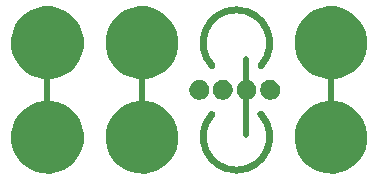
<source format=gbs>
%TF.GenerationSoftware,KiCad,Pcbnew,4.0.7-e2-6376~58~ubuntu16.04.1*%
%TF.CreationDate,2018-02-09T07:07:29-08:00*%
%TF.ProjectId,2x4-Grove-Sensor-Inline,3278342D47726F76652D53656E736F72,1.0*%
%TF.FileFunction,Soldermask,Bot*%
%FSLAX46Y46*%
G04 Gerber Fmt 4.6, Leading zero omitted, Abs format (unit mm)*
G04 Created by KiCad (PCBNEW 4.0.7-e2-6376~58~ubuntu16.04.1) date Fri Feb  9 07:07:29 2018*
%MOMM*%
%LPD*%
G01*
G04 APERTURE LIST*
%ADD10C,0.350000*%
%ADD11C,0.508000*%
%ADD12C,0.600000*%
G04 APERTURE END LIST*
D10*
D11*
X60934600Y-67614800D02*
X60934600Y-74091800D01*
X53721000Y-67411600D02*
X53721000Y-73888600D01*
X44958000Y-67081400D02*
X44958000Y-73558400D01*
X36906200Y-66827400D02*
X36906200Y-73304400D01*
D12*
X50849963Y-72136918D02*
G75*
G03X54993234Y-72106118I2085871J-1899600D01*
G01*
X55017237Y-67994882D02*
G75*
G03X50873966Y-68025682I-2085871J1899600D01*
G01*
D10*
G36*
X45257710Y-70992247D02*
X45848655Y-71113551D01*
X46404798Y-71347332D01*
X46904934Y-71684678D01*
X47330021Y-72112743D01*
X47663866Y-72615221D01*
X47893756Y-73172976D01*
X48010864Y-73764414D01*
X48010864Y-73764424D01*
X48010931Y-73764763D01*
X48001310Y-74453816D01*
X48001233Y-74454154D01*
X48001233Y-74454162D01*
X47867657Y-75042101D01*
X47622285Y-75593216D01*
X47274537Y-76086178D01*
X46837662Y-76502209D01*
X46328300Y-76825461D01*
X45765854Y-77043619D01*
X45171747Y-77148376D01*
X44568603Y-77135742D01*
X43979400Y-77006197D01*
X43426582Y-76764677D01*
X42931207Y-76420382D01*
X42512137Y-75986423D01*
X42185338Y-75479330D01*
X41963256Y-74918414D01*
X41854355Y-74325058D01*
X41862777Y-73721841D01*
X41988206Y-73131747D01*
X42225859Y-72577258D01*
X42566691Y-72079488D01*
X42997712Y-71657400D01*
X43502513Y-71327068D01*
X44061859Y-71101077D01*
X44654445Y-70988036D01*
X45257710Y-70992247D01*
X45257710Y-70992247D01*
G37*
G36*
X61257710Y-70992247D02*
X61848655Y-71113551D01*
X62404798Y-71347332D01*
X62904934Y-71684678D01*
X63330021Y-72112743D01*
X63663866Y-72615221D01*
X63893756Y-73172976D01*
X64010864Y-73764414D01*
X64010864Y-73764424D01*
X64010931Y-73764763D01*
X64001310Y-74453816D01*
X64001233Y-74454154D01*
X64001233Y-74454162D01*
X63867657Y-75042101D01*
X63622285Y-75593216D01*
X63274537Y-76086178D01*
X62837662Y-76502209D01*
X62328300Y-76825461D01*
X61765854Y-77043619D01*
X61171747Y-77148376D01*
X60568603Y-77135742D01*
X59979400Y-77006197D01*
X59426582Y-76764677D01*
X58931207Y-76420382D01*
X58512137Y-75986423D01*
X58185338Y-75479330D01*
X57963256Y-74918414D01*
X57854355Y-74325058D01*
X57862777Y-73721841D01*
X57988206Y-73131747D01*
X58225859Y-72577258D01*
X58566691Y-72079488D01*
X58997712Y-71657400D01*
X59502513Y-71327068D01*
X60061859Y-71101077D01*
X60654445Y-70988036D01*
X61257710Y-70992247D01*
X61257710Y-70992247D01*
G37*
G36*
X37257710Y-70992247D02*
X37848655Y-71113551D01*
X38404798Y-71347332D01*
X38904934Y-71684678D01*
X39330021Y-72112743D01*
X39663866Y-72615221D01*
X39893756Y-73172976D01*
X40010864Y-73764414D01*
X40010864Y-73764424D01*
X40010931Y-73764763D01*
X40001310Y-74453816D01*
X40001233Y-74454154D01*
X40001233Y-74454162D01*
X39867657Y-75042101D01*
X39622285Y-75593216D01*
X39274537Y-76086178D01*
X38837662Y-76502209D01*
X38328300Y-76825461D01*
X37765854Y-77043619D01*
X37171747Y-77148376D01*
X36568603Y-77135742D01*
X35979400Y-77006197D01*
X35426582Y-76764677D01*
X34931207Y-76420382D01*
X34512137Y-75986423D01*
X34185338Y-75479330D01*
X33963256Y-74918414D01*
X33854355Y-74325058D01*
X33862777Y-73721841D01*
X33988206Y-73131747D01*
X34225859Y-72577258D01*
X34566691Y-72079488D01*
X34997712Y-71657400D01*
X35502513Y-71327068D01*
X36061859Y-71101077D01*
X36654445Y-70988036D01*
X37257710Y-70992247D01*
X37257710Y-70992247D01*
G37*
G36*
X49872043Y-69215557D02*
X50033058Y-69248609D01*
X50184601Y-69312311D01*
X50320873Y-69404229D01*
X50436706Y-69520872D01*
X50527668Y-69657782D01*
X50590310Y-69809763D01*
X50622168Y-69970656D01*
X50622168Y-69970666D01*
X50622236Y-69971010D01*
X50619615Y-70158763D01*
X50619537Y-70159106D01*
X50619537Y-70159109D01*
X50583197Y-70319061D01*
X50516340Y-70469225D01*
X50421584Y-70603547D01*
X50302545Y-70716908D01*
X50163753Y-70804988D01*
X50010499Y-70864431D01*
X49848619Y-70892975D01*
X49684273Y-70889532D01*
X49523728Y-70854235D01*
X49373094Y-70788424D01*
X49238118Y-70694613D01*
X49123930Y-70576368D01*
X49034883Y-70438194D01*
X48974369Y-70285353D01*
X48944697Y-70123681D01*
X48946991Y-69959316D01*
X48981169Y-69798526D01*
X49045923Y-69647440D01*
X49138794Y-69511807D01*
X49256237Y-69396798D01*
X49393786Y-69306788D01*
X49546197Y-69245210D01*
X49707662Y-69214409D01*
X49872043Y-69215557D01*
X49872043Y-69215557D01*
G37*
G36*
X51872043Y-69215557D02*
X52033058Y-69248609D01*
X52184601Y-69312311D01*
X52320873Y-69404229D01*
X52436706Y-69520872D01*
X52527668Y-69657782D01*
X52590310Y-69809763D01*
X52622168Y-69970656D01*
X52622168Y-69970666D01*
X52622236Y-69971010D01*
X52619615Y-70158763D01*
X52619537Y-70159106D01*
X52619537Y-70159109D01*
X52583197Y-70319061D01*
X52516340Y-70469225D01*
X52421584Y-70603547D01*
X52302545Y-70716908D01*
X52163753Y-70804988D01*
X52010499Y-70864431D01*
X51848619Y-70892975D01*
X51684273Y-70889532D01*
X51523728Y-70854235D01*
X51373094Y-70788424D01*
X51238118Y-70694613D01*
X51123930Y-70576368D01*
X51034883Y-70438194D01*
X50974369Y-70285353D01*
X50944697Y-70123681D01*
X50946991Y-69959316D01*
X50981169Y-69798526D01*
X51045923Y-69647440D01*
X51138794Y-69511807D01*
X51256237Y-69396798D01*
X51393786Y-69306788D01*
X51546197Y-69245210D01*
X51707662Y-69214409D01*
X51872043Y-69215557D01*
X51872043Y-69215557D01*
G37*
G36*
X53872043Y-69215557D02*
X54033058Y-69248609D01*
X54184601Y-69312311D01*
X54320873Y-69404229D01*
X54436706Y-69520872D01*
X54527668Y-69657782D01*
X54590310Y-69809763D01*
X54622168Y-69970656D01*
X54622168Y-69970666D01*
X54622236Y-69971010D01*
X54619615Y-70158763D01*
X54619537Y-70159106D01*
X54619537Y-70159109D01*
X54583197Y-70319061D01*
X54516340Y-70469225D01*
X54421584Y-70603547D01*
X54302545Y-70716908D01*
X54163753Y-70804988D01*
X54010499Y-70864431D01*
X53848619Y-70892975D01*
X53684273Y-70889532D01*
X53523728Y-70854235D01*
X53373094Y-70788424D01*
X53238118Y-70694613D01*
X53123930Y-70576368D01*
X53034883Y-70438194D01*
X52974369Y-70285353D01*
X52944697Y-70123681D01*
X52946991Y-69959316D01*
X52981169Y-69798526D01*
X53045923Y-69647440D01*
X53138794Y-69511807D01*
X53256237Y-69396798D01*
X53393786Y-69306788D01*
X53546197Y-69245210D01*
X53707662Y-69214409D01*
X53872043Y-69215557D01*
X53872043Y-69215557D01*
G37*
G36*
X55872043Y-69215557D02*
X56033058Y-69248609D01*
X56184601Y-69312311D01*
X56320873Y-69404229D01*
X56436706Y-69520872D01*
X56527668Y-69657782D01*
X56590310Y-69809763D01*
X56622168Y-69970656D01*
X56622168Y-69970666D01*
X56622236Y-69971010D01*
X56619615Y-70158763D01*
X56619537Y-70159106D01*
X56619537Y-70159109D01*
X56583197Y-70319061D01*
X56516340Y-70469225D01*
X56421584Y-70603547D01*
X56302545Y-70716908D01*
X56163753Y-70804988D01*
X56010499Y-70864431D01*
X55848619Y-70892975D01*
X55684273Y-70889532D01*
X55523728Y-70854235D01*
X55373094Y-70788424D01*
X55238118Y-70694613D01*
X55123930Y-70576368D01*
X55034883Y-70438194D01*
X54974369Y-70285353D01*
X54944697Y-70123681D01*
X54946991Y-69959316D01*
X54981169Y-69798526D01*
X55045923Y-69647440D01*
X55138794Y-69511807D01*
X55256237Y-69396798D01*
X55393786Y-69306788D01*
X55546197Y-69245210D01*
X55707662Y-69214409D01*
X55872043Y-69215557D01*
X55872043Y-69215557D01*
G37*
G36*
X61257710Y-62992247D02*
X61848655Y-63113551D01*
X62404798Y-63347332D01*
X62904934Y-63684678D01*
X63330021Y-64112743D01*
X63663866Y-64615221D01*
X63893756Y-65172976D01*
X64010864Y-65764414D01*
X64010864Y-65764424D01*
X64010931Y-65764763D01*
X64001310Y-66453816D01*
X64001233Y-66454154D01*
X64001233Y-66454162D01*
X63867657Y-67042101D01*
X63622285Y-67593216D01*
X63274537Y-68086178D01*
X62837662Y-68502209D01*
X62328300Y-68825461D01*
X61765854Y-69043619D01*
X61171747Y-69148376D01*
X60568603Y-69135742D01*
X59979400Y-69006197D01*
X59426582Y-68764677D01*
X58931207Y-68420382D01*
X58512137Y-67986423D01*
X58185338Y-67479330D01*
X57963256Y-66918414D01*
X57854355Y-66325058D01*
X57862777Y-65721841D01*
X57988206Y-65131747D01*
X58225859Y-64577258D01*
X58566691Y-64079488D01*
X58997712Y-63657400D01*
X59502513Y-63327068D01*
X60061859Y-63101077D01*
X60654445Y-62988036D01*
X61257710Y-62992247D01*
X61257710Y-62992247D01*
G37*
G36*
X45257710Y-62992247D02*
X45848655Y-63113551D01*
X46404798Y-63347332D01*
X46904934Y-63684678D01*
X47330021Y-64112743D01*
X47663866Y-64615221D01*
X47893756Y-65172976D01*
X48010864Y-65764414D01*
X48010864Y-65764424D01*
X48010931Y-65764763D01*
X48001310Y-66453816D01*
X48001233Y-66454154D01*
X48001233Y-66454162D01*
X47867657Y-67042101D01*
X47622285Y-67593216D01*
X47274537Y-68086178D01*
X46837662Y-68502209D01*
X46328300Y-68825461D01*
X45765854Y-69043619D01*
X45171747Y-69148376D01*
X44568603Y-69135742D01*
X43979400Y-69006197D01*
X43426582Y-68764677D01*
X42931207Y-68420382D01*
X42512137Y-67986423D01*
X42185338Y-67479330D01*
X41963256Y-66918414D01*
X41854355Y-66325058D01*
X41862777Y-65721841D01*
X41988206Y-65131747D01*
X42225859Y-64577258D01*
X42566691Y-64079488D01*
X42997712Y-63657400D01*
X43502513Y-63327068D01*
X44061859Y-63101077D01*
X44654445Y-62988036D01*
X45257710Y-62992247D01*
X45257710Y-62992247D01*
G37*
G36*
X37257710Y-62992247D02*
X37848655Y-63113551D01*
X38404798Y-63347332D01*
X38904934Y-63684678D01*
X39330021Y-64112743D01*
X39663866Y-64615221D01*
X39893756Y-65172976D01*
X40010864Y-65764414D01*
X40010864Y-65764424D01*
X40010931Y-65764763D01*
X40001310Y-66453816D01*
X40001233Y-66454154D01*
X40001233Y-66454162D01*
X39867657Y-67042101D01*
X39622285Y-67593216D01*
X39274537Y-68086178D01*
X38837662Y-68502209D01*
X38328300Y-68825461D01*
X37765854Y-69043619D01*
X37171747Y-69148376D01*
X36568603Y-69135742D01*
X35979400Y-69006197D01*
X35426582Y-68764677D01*
X34931207Y-68420382D01*
X34512137Y-67986423D01*
X34185338Y-67479330D01*
X33963256Y-66918414D01*
X33854355Y-66325058D01*
X33862777Y-65721841D01*
X33988206Y-65131747D01*
X34225859Y-64577258D01*
X34566691Y-64079488D01*
X34997712Y-63657400D01*
X35502513Y-63327068D01*
X36061859Y-63101077D01*
X36654445Y-62988036D01*
X37257710Y-62992247D01*
X37257710Y-62992247D01*
G37*
M02*

</source>
